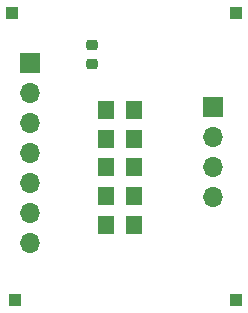
<source format=gbr>
G04 #@! TF.GenerationSoftware,KiCad,Pcbnew,8.0.01-1-dev-1e03266dfe*
G04 #@! TF.CreationDate,2024-03-02T01:48:18-08:00*
G04 #@! TF.ProjectId,sfh7074_breakoutboard,73666837-3037-4345-9f62-7265616b6f75,rev?*
G04 #@! TF.SameCoordinates,Original*
G04 #@! TF.FileFunction,Soldermask,Top*
G04 #@! TF.FilePolarity,Negative*
%FSLAX46Y46*%
G04 Gerber Fmt 4.6, Leading zero omitted, Abs format (unit mm)*
G04 Created by KiCad (PCBNEW 8.0.01-1-dev-1e03266dfe) date 2024-03-02 01:48:18*
%MOMM*%
%LPD*%
G01*
G04 APERTURE LIST*
G04 Aperture macros list*
%AMRoundRect*
0 Rectangle with rounded corners*
0 $1 Rounding radius*
0 $2 $3 $4 $5 $6 $7 $8 $9 X,Y pos of 4 corners*
0 Add a 4 corners polygon primitive as box body*
4,1,4,$2,$3,$4,$5,$6,$7,$8,$9,$2,$3,0*
0 Add four circle primitives for the rounded corners*
1,1,$1+$1,$2,$3*
1,1,$1+$1,$4,$5*
1,1,$1+$1,$6,$7*
1,1,$1+$1,$8,$9*
0 Add four rect primitives between the rounded corners*
20,1,$1+$1,$2,$3,$4,$5,0*
20,1,$1+$1,$4,$5,$6,$7,0*
20,1,$1+$1,$6,$7,$8,$9,0*
20,1,$1+$1,$8,$9,$2,$3,0*%
G04 Aperture macros list end*
%ADD10R,1.700000X1.700000*%
%ADD11O,1.700000X1.700000*%
%ADD12R,1.000000X1.000000*%
%ADD13R,1.320000X1.500000*%
%ADD14RoundRect,0.225000X0.250000X-0.225000X0.250000X0.225000X-0.250000X0.225000X-0.250000X-0.225000X0*%
G04 APERTURE END LIST*
D10*
X24000000Y-21000000D03*
D11*
X24000000Y-23540000D03*
X24000000Y-26080000D03*
X24000000Y-28620000D03*
X24000000Y-31160000D03*
X24000000Y-33700000D03*
X24000000Y-36240000D03*
D10*
X39500000Y-24650000D03*
D11*
X39500000Y-27190000D03*
X39500000Y-29730000D03*
X39500000Y-32270000D03*
D12*
X41500000Y-41000000D03*
X41500000Y-16750000D03*
X22750000Y-41000000D03*
X22500000Y-16750000D03*
D13*
X30500000Y-24930000D03*
X30500000Y-27370000D03*
X30500000Y-29810000D03*
X30500000Y-32250000D03*
X30500000Y-34690000D03*
X32820000Y-34690000D03*
X32820000Y-32250000D03*
X32820000Y-29810000D03*
X32820000Y-27370000D03*
X32820000Y-24930000D03*
D14*
X29250000Y-21025000D03*
X29250000Y-19475000D03*
M02*

</source>
